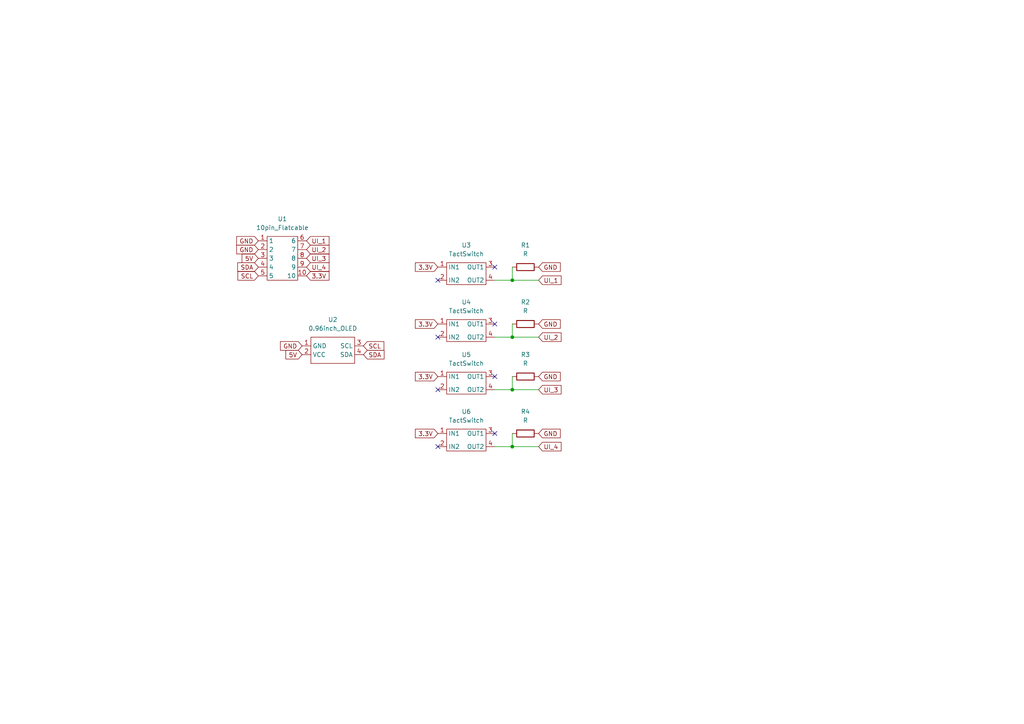
<source format=kicad_sch>
(kicad_sch (version 20211123) (generator eeschema)
  (paper "A4")
  (lib_symbols
    (symbol "Device:R" (pin_numbers hide) (pin_names (offset 0))
      (property "Reference" "R" (at 2.032 0 90))
      (property "Value" "R" (at 0 0 90))
      (symbol "R_0_1"
        (rectangle (start -1.016 -2.54) (end 1.016 2.54) (stroke (width 0.254)))
      )
      (symbol "R_1_1"
        (pin passive line (at 0 3.81 270) (length 1.27) (name "~") (number "1"))
        (pin passive line (at 0 -3.81 90) (length 1.27) (name "~") (number "2"))
      )
    )
    (symbol "RCJ_Library:0.96inch_OLED"
      (property "Reference" "U" (at 0 7.62 0))
      (property "Value" "0.96inch_OLED" (at 0 5.08 0))
      (symbol "0.96inch_OLED_0_1"
        (rectangle (start -6.35 3.81) (end 6.35 -3.81))
      )
      (symbol "0.96inch_OLED_1_1"
        (pin input line (at -8.89 1.27 0) (length 2.54) (name "GND") (number "1"))
        (pin input line (at -8.89 -1.27 0) (length 2.54) (name "VCC") (number "2"))
        (pin input line (at 8.89 1.27 180) (length 2.54) (name "SCL") (number "3"))
        (pin input line (at 8.89 -1.27 180) (length 2.54) (name "SDA") (number "4"))
      )
    )
    (symbol "RCJ_Library:10pin_Flatcable"
      (property "Reference" "U" (at 0 0 0))
      (property "Value" "10pin_Flatcable" (at 0 3.81 0))
      (symbol "10pin_Flatcable_0_1"
        (rectangle (start -3.81 -2.54) (end 5.08 -15.24))
      )
      (symbol "10pin_Flatcable_1_1"
        (pin input line (at -6.35 -3.81 0) (length 2.54) (name "1") (number "1"))
        (pin input line (at 7.62 -13.97 180) (length 2.54) (name "10") (number "10"))
        (pin input line (at -6.35 -6.35 0) (length 2.54) (name "2") (number "2"))
        (pin input line (at -6.35 -8.89 0) (length 2.54) (name "3") (number "3"))
        (pin input line (at -6.35 -11.43 0) (length 2.54) (name "4") (number "4"))
        (pin input line (at -6.35 -13.97 0) (length 2.54) (name "5") (number "5"))
        (pin input line (at 7.62 -3.81 180) (length 2.54) (name "6") (number "6"))
        (pin input line (at 7.62 -6.35 180) (length 2.54) (name "7") (number "7"))
        (pin input line (at 7.62 -8.89 180) (length 2.54) (name "8") (number "8"))
        (pin input line (at 7.62 -11.43 180) (length 2.54) (name "9") (number "9"))
      )
    )
    (symbol "RCJ_Library:TactSwitch"
      (property "Reference" "U" (at 0 0 0))
      (property "Value" "TactSwitch" (at 0 -2.54 0))
      (symbol "TactSwitch_0_1"
        (rectangle (start -5.08 -6.35) (end 6.35 -12.7))
      )
      (symbol "TactSwitch_1_1"
        (pin input line (at -7.62 -7.62 0) (length 2.54) (name "IN1") (number "1"))
        (pin input line (at -7.62 -11.43 0) (length 2.54) (name "IN2") (number "2"))
        (pin input line (at 8.89 -7.62 180) (length 2.54) (name "OUT1") (number "3"))
        (pin input line (at 8.89 -11.43 180) (length 2.54) (name "OUT2") (number "4"))
      )
    )
  )
  (junction (at 148.59 129.54))
  (junction (at 148.59 81.28))
  (junction (at 148.59 97.79))
  (junction (at 148.59 113.03))
  (no_connect (at 143.51 125.73))
  (no_connect (at 127 129.54))
  (no_connect (at 143.51 77.47))
  (no_connect (at 143.51 93.98))
  (no_connect (at 143.51 109.22))
  (no_connect (at 127 113.03))
  (no_connect (at 127 97.79))
  (no_connect (at 127 81.28))
  (wire (pts (xy 148.59 125.73) (xy 148.59 129.54)))
  (wire (pts (xy 148.59 109.22) (xy 148.59 113.03)))
  (wire (pts (xy 143.51 97.79) (xy 148.59 97.79)))
  (wire (pts (xy 148.59 97.79) (xy 156.21 97.79)))
  (wire (pts (xy 148.59 113.03) (xy 156.21 113.03)))
  (wire (pts (xy 148.59 129.54) (xy 156.21 129.54)))
  (wire (pts (xy 143.51 113.03) (xy 148.59 113.03)))
  (wire (pts (xy 148.59 93.98) (xy 148.59 97.79)))
  (wire (pts (xy 148.59 77.47) (xy 148.59 81.28)))
  (wire (pts (xy 148.59 81.28) (xy 156.21 81.28)))
  (wire (pts (xy 143.51 81.28) (xy 148.59 81.28)))
  (wire (pts (xy 143.51 129.54) (xy 148.59 129.54)))
  (global_label "3.3V" (shape input) (at 127 77.47 180) (property "シート間のリファレンス" "${INTERSHEET_REFS}" (effects hide)))
  (global_label "SCL" (shape input) (at 74.93 80.01 180) (property "シート間のリファレンス" "${INTERSHEET_REFS}" (effects hide)))
  (global_label "3.3V" (shape input) (at 88.9 80.01 0) (property "シート間のリファレンス" "${INTERSHEET_REFS}" (effects hide)))
  (global_label "5V" (shape input) (at 87.63 102.87 180) (property "シート間のリファレンス" "${INTERSHEET_REFS}" (effects hide)))
  (global_label "3.3V" (shape input) (at 127 125.73 180) (property "シート間のリファレンス" "${INTERSHEET_REFS}" (effects hide)))
  (global_label "UI_4" (shape input) (at 88.9 77.47 0) (property "シート間のリファレンス" "${INTERSHEET_REFS}" (effects hide)))
  (global_label "GND" (shape input) (at 74.93 69.85 180) (property "シート間のリファレンス" "${INTERSHEET_REFS}" (effects hide)))
  (global_label "SCL" (shape input) (at 105.41 100.33 0) (property "シート間のリファレンス" "${INTERSHEET_REFS}" (effects hide)))
  (global_label "3.3V" (shape input) (at 127 93.98 180) (property "シート間のリファレンス" "${INTERSHEET_REFS}" (effects hide)))
  (global_label "UI_1" (shape input) (at 88.9 69.85 0) (property "シート間のリファレンス" "${INTERSHEET_REFS}" (effects hide)))
  (global_label "GND" (shape input) (at 74.93 72.39 180) (property "シート間のリファレンス" "${INTERSHEET_REFS}" (effects hide)))
  (global_label "UI_2" (shape input) (at 88.9 72.39 0) (property "シート間のリファレンス" "${INTERSHEET_REFS}" (effects hide)))
  (global_label "5V" (shape input) (at 74.93 74.93 180) (property "シート間のリファレンス" "${INTERSHEET_REFS}" (effects hide)))
  (global_label "UI_2" (shape input) (at 156.21 97.79 0) (property "シート間のリファレンス" "${INTERSHEET_REFS}" (effects hide)))
  (global_label "GND" (shape input) (at 156.21 93.98 0) (property "シート間のリファレンス" "${INTERSHEET_REFS}" (effects hide)))
  (global_label "GND" (shape input) (at 87.63 100.33 180) (property "シート間のリファレンス" "${INTERSHEET_REFS}" (effects hide)))
  (global_label "UI_3" (shape input) (at 156.21 113.03 0) (property "シート間のリファレンス" "${INTERSHEET_REFS}" (effects hide)))
  (global_label "SDA" (shape input) (at 74.93 77.47 180) (property "シート間のリファレンス" "${INTERSHEET_REFS}" (effects hide)))
  (global_label "UI_3" (shape input) (at 88.9 74.93 0) (property "シート間のリファレンス" "${INTERSHEET_REFS}" (effects hide)))
  (global_label "GND" (shape input) (at 156.21 77.47 0) (property "シート間のリファレンス" "${INTERSHEET_REFS}" (effects hide)))
  (global_label "GND" (shape input) (at 156.21 109.22 0) (property "シート間のリファレンス" "${INTERSHEET_REFS}" (effects hide)))
  (global_label "UI_4" (shape input) (at 156.21 129.54 0) (property "シート間のリファレンス" "${INTERSHEET_REFS}" (effects hide)))
  (global_label "3.3V" (shape input) (at 127 109.22 180) (property "シート間のリファレンス" "${INTERSHEET_REFS}" (effects hide)))
  (global_label "SDA" (shape input) (at 105.41 102.87 0) (property "シート間のリファレンス" "${INTERSHEET_REFS}" (effects hide)))
  (global_label "GND" (shape input) (at 156.21 125.73 0) (property "シート間のリファレンス" "${INTERSHEET_REFS}" (effects hide)))
  (global_label "UI_1" (shape input) (at 156.21 81.28 0) (property "シート間のリファレンス" "${INTERSHEET_REFS}" (effects hide)))
  (symbol (lib_id "Device:R") (at 152.4 77.47 90) (unit 1)
    (property "Reference" "R1" (at 152.4 71.12 90))
    (property "Value" "R" (at 152.4 73.66 90))
    (property "Footprint" "Resistor_THT:R_Axial_DIN0309_L9.0mm_D3.2mm_P12.70mm_Horizontal" (effects hide))
  )
  (symbol (lib_id "Device:R") (at 152.4 109.22 90) (unit 1)
    (property "Reference" "R3" (at 152.4 102.87 90))
    (property "Value" "R" (at 152.4 105.41 90))
    (property "Footprint" "Resistor_THT:R_Axial_DIN0309_L9.0mm_D3.2mm_P12.70mm_Horizontal" (effects hide))
  )
  (symbol (lib_id "RCJ_Library:TactSwitch") (at 134.62 118.11 0) (unit 1)
    (property "Reference" "U6" (at 135.255 119.38 0))
    (property "Value" "TactSwitch" (at 135.255 121.92 0))
    (property "Footprint" "RCJ_Library:TactSwitch" (effects hide))
  )
  (symbol (lib_id "Device:R") (at 152.4 93.98 90) (unit 1)
    (property "Reference" "R2" (at 152.4 87.63 90))
    (property "Value" "R" (at 152.4 90.17 90))
    (property "Footprint" "Resistor_THT:R_Axial_DIN0309_L9.0mm_D3.2mm_P12.70mm_Horizontal" (effects hide))
  )
  (symbol (lib_id "RCJ_Library:TactSwitch") (at 134.62 101.6 0) (unit 1)
    (property "Reference" "U5" (at 135.255 102.87 0))
    (property "Value" "TactSwitch" (at 135.255 105.41 0))
    (property "Footprint" "RCJ_Library:TactSwitch" (effects hide))
  )
  (symbol (lib_id "Device:R") (at 152.4 125.73 90) (unit 1)
    (property "Reference" "R4" (at 152.4 119.38 90))
    (property "Value" "R" (at 152.4 121.92 90))
    (property "Footprint" "Resistor_THT:R_Axial_DIN0309_L9.0mm_D3.2mm_P12.70mm_Horizontal" (effects hide))
  )
  (symbol (lib_id "RCJ_Library:TactSwitch") (at 134.62 69.85 0) (unit 1)
    (property "Reference" "U3" (at 135.255 71.12 0))
    (property "Value" "TactSwitch" (at 135.255 73.66 0))
    (property "Footprint" "RCJ_Library:TactSwitch" (effects hide))
  )
  (symbol (lib_id "RCJ_Library:10pin_Flatcable") (at 81.28 66.04 0) (unit 1)
    (property "Reference" "U1" (at 81.915 63.5 0))
    (property "Value" "10pin_Flatcable" (at 81.915 66.04 0))
    (property "Footprint" "RCJ_Library:10pin_Flatcable" (effects hide))
  )
  (symbol (lib_id "RCJ_Library:TactSwitch") (at 134.62 86.36 0) (unit 1)
    (property "Reference" "U4" (at 135.255 87.63 0))
    (property "Value" "TactSwitch" (at 135.255 90.17 0))
    (property "Footprint" "RCJ_Library:TactSwitch" (effects hide))
  )
  (symbol (lib_id "RCJ_Library:0.96inch_OLED") (at 96.52 101.6 0) (unit 1)
    (property "Reference" "U2" (at 96.52 92.71 0))
    (property "Value" "0.96inch_OLED" (at 96.52 95.25 0))
    (property "Footprint" "RCJ_Library:0.96inch_OLED" (effects hide))
  )
)
</source>
